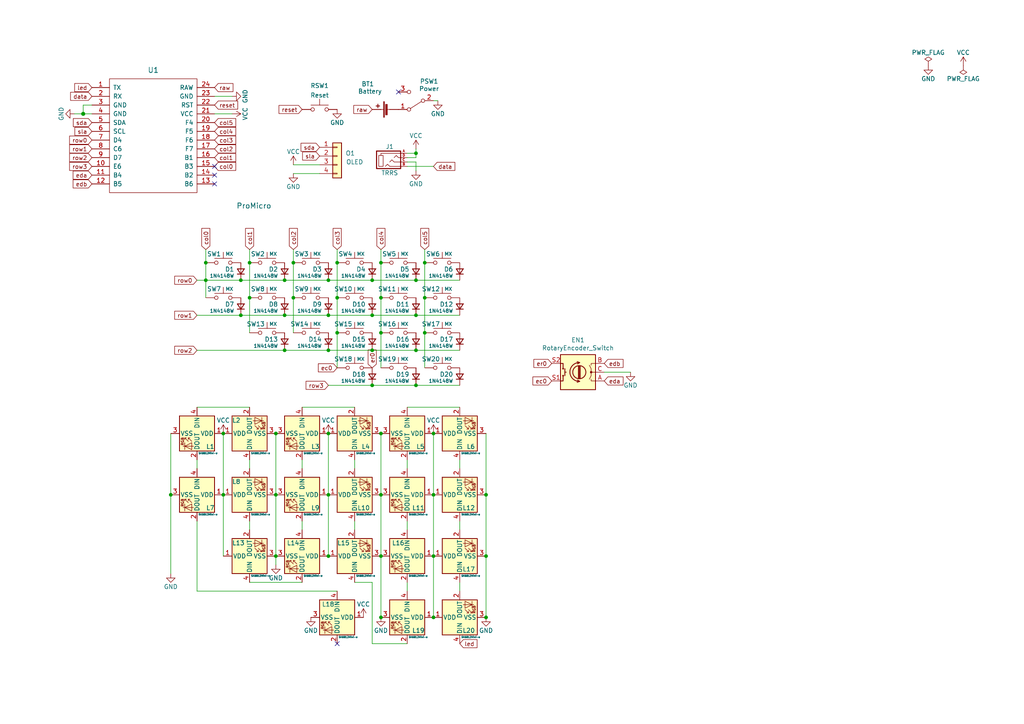
<source format=kicad_sch>
(kicad_sch (version 20211123) (generator eeschema)
  (paper "A4")
  (title_block (title "Howarya?") (date "2022-08-05") (rev "0.2.2") (company "jmnw"))
  (lib_symbols
    (symbol "Connector_Generic:Conn_01x04" (pin_names (offset 1.016) hide)
      (property "Reference" "J" (at 0 5.08 0))
      (property "Value" "Conn_01x04" (at 0 -7.62 0))
      (symbol "Conn_01x04_1_1"
        (rectangle (start -1.27 -4.953) (end 0 -5.207) (stroke (width 0.1524)))
        (rectangle (start -1.27 -2.413) (end 0 -2.667) (stroke (width 0.1524)))
        (rectangle (start -1.27 0.127) (end 0 -0.127) (stroke (width 0.1524)))
        (rectangle (start -1.27 2.667) (end 0 2.413) (stroke (width 0.1524)))
        (rectangle (start -1.27 3.81) (end 1.27 -6.35) (stroke (width 0.254)) (fill (type background)))
        (pin passive line (at -5.08 2.54 0) (length 3.81) (name "Pin_1") (number "1"))
        (pin passive line (at -5.08 0 0) (length 3.81) (name "Pin_2") (number "2"))
        (pin passive line (at -5.08 -2.54 0) (length 3.81) (name "Pin_3") (number "3"))
        (pin passive line (at -5.08 -5.08 0) (length 3.81) (name "Pin_4") (number "4"))
      )
    )
    (symbol "Device:Battery_Cell" (pin_numbers hide) (pin_names (offset 0) hide)
      (property "Reference" "BT" (at 2.54 2.54 0))
      (property "Value" "Battery_Cell" (at 2.54 0 0))
      (symbol "Battery_Cell_0_1"
        (rectangle (start -2.286 1.778) (end 2.286 1.524) (fill (type outline)))
        (rectangle (start -1.5748 1.1938) (end 1.4732 0.6858) (fill (type outline)))
        (polyline (pts (xy 0 0.762) (xy 0 0)))
        (polyline (pts (xy 0 1.778) (xy 0 2.54)))
        (polyline (pts (xy 0.508 3.429) (xy 1.524 3.429)) (stroke (width 0.254)))
        (polyline (pts (xy 1.016 3.937) (xy 1.016 2.921)) (stroke (width 0.254)))
      )
      (symbol "Battery_Cell_1_1"
        (pin passive line (at 0 5.08 270) (length 2.54) (name "+") (number "1"))
        (pin passive line (at 0 -2.54 90) (length 2.54) (name "-") (number "2"))
      )
    )
    (symbol "Device:D_Small" (pin_numbers hide) (pin_names (offset 0.254) hide)
      (property "Reference" "D" (at -1.27 2.032 0))
      (property "Value" "D_Small" (at -3.81 -2.032 0))
      (symbol "D_Small_0_1"
        (polyline (pts (xy -0.762 -1.016) (xy -0.762 1.016)) (stroke (width 0.254)))
        (polyline (pts (xy -0.762 0) (xy 0.762 0)))
        (polyline (pts (xy 0.762 -1.016) (xy -0.762 0) (xy 0.762 1.016) (xy 0.762 -1.016)) (stroke (width 0.254)))
      )
      (symbol "D_Small_1_1"
        (pin passive line (at -2.54 0 0) (length 1.778) (name "K") (number "1"))
        (pin passive line (at 2.54 0 180) (length 1.778) (name "A") (number "2"))
      )
    )
    (symbol "Device:RotaryEncoder_Switch" (pin_names (offset 0.254) hide)
      (property "Reference" "SW" (at 0 6.604 0))
      (property "Value" "Device_RotaryEncoder_Switch" (at 0 -6.604 0))
      (symbol "RotaryEncoder_Switch_0_1"
        (rectangle (start -5.08 5.08) (end 5.08 -5.08) (stroke (width 0.254)) (fill (type background)))
        (circle (center -3.81 0) (radius 0.254) (fill (type outline)))
        (arc (start -0.381 -2.794) (mid 2.3622 -0.0635) (end -0.381 2.667) (stroke (width 0.254)))
        (circle (center -0.381 0) (radius 1.905) (stroke (width 0.254)))
        (polyline (pts (xy -0.635 -1.778) (xy -0.635 1.778)) (stroke (width 0.254)))
        (polyline (pts (xy -0.381 -1.778) (xy -0.381 1.778)) (stroke (width 0.254)))
        (polyline (pts (xy -0.127 1.778) (xy -0.127 -1.778)) (stroke (width 0.254)))
        (polyline (pts (xy 3.81 0) (xy 3.429 0)) (stroke (width 0.254)))
        (polyline (pts (xy 3.81 1.016) (xy 3.81 -1.016)) (stroke (width 0.254)))
        (polyline (pts (xy -5.08 -2.54) (xy -3.81 -2.54) (xy -3.81 -2.032)))
        (polyline (pts (xy -5.08 2.54) (xy -3.81 2.54) (xy -3.81 2.032)))
        (polyline (pts (xy 0.254 -3.048) (xy -0.508 -2.794) (xy 0.127 -2.413)) (stroke (width 0.254)))
        (polyline (pts (xy 0.254 2.921) (xy -0.508 2.667) (xy 0.127 2.286)) (stroke (width 0.254)))
        (polyline (pts (xy 5.08 -2.54) (xy 4.318 -2.54) (xy 4.318 -1.016)) (stroke (width 0.254)))
        (polyline (pts (xy 5.08 2.54) (xy 4.318 2.54) (xy 4.318 1.016)) (stroke (width 0.254)))
        (polyline (pts (xy -5.08 0) (xy -3.81 0) (xy -3.81 -1.016) (xy -3.302 -2.032)))
        (polyline (pts (xy -4.318 0) (xy -3.81 0) (xy -3.81 1.016) (xy -3.302 2.032)))
        (circle (center 4.318 -1.016) (radius 0.127) (stroke (width 0.254)))
        (circle (center 4.318 1.016) (radius 0.127) (stroke (width 0.254)))
      )
      (symbol "RotaryEncoder_Switch_1_1"
        (pin passive line (at -7.62 2.54 0) (length 2.54) (name "A") (number "A"))
        (pin passive line (at -7.62 -2.54 0) (length 2.54) (name "B") (number "B"))
        (pin passive line (at -7.62 0 0) (length 2.54) (name "C") (number "C"))
        (pin passive line (at 7.62 2.54 180) (length 2.54) (name "S1") (number "S1"))
        (pin passive line (at 7.62 -2.54 180) (length 2.54) (name "S2") (number "S2"))
      )
    )
    (symbol "Switch:SW_Push" (pin_numbers hide) (pin_names (offset 1.016) hide)
      (property "Reference" "SW" (at 1.27 2.54 0))
      (property "Value" "SW_Push" (at 0 -1.524 0))
      (symbol "SW_Push_0_1"
        (circle (center -2.032 0) (radius 0.508))
        (polyline (pts (xy 0 1.27) (xy 0 3.048)))
        (polyline (pts (xy 2.54 1.27) (xy -2.54 1.27)))
        (circle (center 2.032 0) (radius 0.508))
        (pin passive line (at -5.08 0 0) (length 2.54) (name "1") (number "1"))
        (pin passive line (at 5.08 0 180) (length 2.54) (name "2") (number "2"))
      )
    )
    (symbol "Switch:SW_SPDT" (pin_names (offset 0) hide)
      (property "Reference" "SW" (at 0 4.318 0))
      (property "Value" "SW_SPDT" (at 0 -5.08 0))
      (symbol "SW_SPDT_0_0"
        (circle (center -2.032 0) (radius 0.508))
        (circle (center 2.032 -2.54) (radius 0.508))
      )
      (symbol "SW_SPDT_0_1"
        (polyline (pts (xy -1.524 0.254) (xy 1.651 2.286)))
        (circle (center 2.032 2.54) (radius 0.508))
      )
      (symbol "SW_SPDT_1_1"
        (pin passive line (at 5.08 2.54 180) (length 2.54) (name "A") (number "1"))
        (pin passive line (at -5.08 0 0) (length 2.54) (name "B") (number "2"))
        (pin passive line (at 5.08 -2.54 180) (length 2.54) (name "C") (number "3"))
      )
    )
    (symbol "power:GND" (power) (pin_names (offset 0))
      (property "Value" "GND" (at 0 -3.81 0))
      (symbol "GND_0_1"
        (polyline (pts (xy 0 0) (xy 0 -1.27) (xy 1.27 -1.27) (xy 0 -2.54) (xy -1.27 -1.27) (xy 0 -1.27)))
      )
      (symbol "GND_1_1"
        (pin power_in line (at 0 0 270) (length 0) hide (name "GND") (number "1"))
      )
    )
    (symbol "power:PWR_FLAG" (power) (pin_numbers hide) (pin_names (offset 0) hide)
      (property "Value" "PWR_FLAG" (at 0 3.81 0))
      (symbol "PWR_FLAG_0_0"
        (pin power_out line (at 0 0 90) (length 0) (name "pwr") (number "1"))
      )
      (symbol "PWR_FLAG_0_1"
        (polyline (pts (xy 0 0) (xy 0 1.27) (xy -1.016 1.905) (xy 0 2.54) (xy 1.016 1.905) (xy 0 1.27)))
      )
    )
    (symbol "power:VCC" (power) (pin_names (offset 0))
      (property "Value" "VCC" (at 0 3.81 0))
      (symbol "VCC_0_1"
        (polyline (pts (xy -0.762 1.27) (xy 0 2.54)))
        (polyline (pts (xy 0 0) (xy 0 2.54)))
        (polyline (pts (xy 0 2.54) (xy 0.762 1.27)))
      )
      (symbol "VCC_1_1"
        (pin power_in line (at 0 0 90) (length 0) hide (name "VCC") (number "1"))
      )
    )
    (symbol "swoop:MJ-4PP-9-kbd-corne-light-rescue" (pin_names (offset 1.016))
      (property "Reference" "J" (at 0 3.81 0))
      (property "Value" "MJ-4PP-9-kbd-corne-light-rescue" (at 0 -3.81 0))
      (symbol "MJ-4PP-9-kbd-corne-light-rescue_0_1"
        (rectangle (start -1.905 -1.905) (end -3.175 1.27))
        (polyline (pts (xy -2.54 1.27) (xy -2.54 1.905) (xy 3.175 1.905)))
        (polyline (pts (xy -1.27 -1.905) (xy -0.635 -1.27) (xy 0 -1.905) (xy 3.175 -1.905)))
        (polyline (pts (xy 0 -0.635) (xy 0.635 0) (xy 1.27 -0.635) (xy 3.175 -0.635)))
        (polyline (pts (xy 1.27 0.635) (xy 1.905 1.27) (xy 2.54 0.635) (xy 3.175 0.635)))
        (rectangle (start 3.175 2.54) (end -3.81 -2.54) (stroke (width 0.3048)))
      )
      (symbol "MJ-4PP-9-kbd-corne-light-rescue_1_1"
        (pin input line (at 5.08 1.905 180) (length 2.0066) (name "~") (number "A"))
        (pin input line (at 5.08 -1.905 180) (length 2.0066) (name "~") (number "B"))
        (pin input line (at 5.08 -0.635 180) (length 2.0066) (name "~") (number "C"))
        (pin input line (at 5.08 0.635 180) (length 2.0066) (name "~") (number "D"))
      )
    )
    (symbol "swoop:ProMicro-kbd-corne-light-rescue" (pin_names (offset 1.016))
      (property "Reference" "U" (at 0 24.13 0))
      (property "Value" "ProMicro-kbd-corne-light-rescue" (at 0 -13.97 0))
      (symbol "ProMicro-kbd-corne-light-rescue_0_1"
        (rectangle (start -12.7 21.59) (end 12.7 -11.43))
      )
      (symbol "ProMicro-kbd-corne-light-rescue_1_1"
        (pin bidirectional line (at -17.78 19.05 0) (length 5.08) (name "TX") (number "1"))
        (pin bidirectional line (at -17.78 -3.81 0) (length 5.08) (name "E6") (number "10"))
        (pin bidirectional line (at -17.78 -6.35 0) (length 5.08) (name "B4") (number "11"))
        (pin bidirectional line (at -17.78 -8.89 0) (length 5.08) (name "B5") (number "12"))
        (pin bidirectional line (at 17.78 -8.89 180) (length 5.08) (name "B6") (number "13"))
        (pin bidirectional line (at 17.78 -6.35 180) (length 5.08) (name "B2") (number "14"))
        (pin bidirectional line (at 17.78 -3.81 180) (length 5.08) (name "B3") (number "15"))
        (pin bidirectional line (at 17.78 -1.27 180) (length 5.08) (name "B1") (number "16"))
        (pin bidirectional line (at 17.78 1.27 180) (length 5.08) (name "F7") (number "17"))
        (pin bidirectional line (at 17.78 3.81 180) (length 5.08) (name "F6") (number "18"))
        (pin bidirectional line (at 17.78 6.35 180) (length 5.08) (name "F5") (number "19"))
        (pin bidirectional line (at -17.78 16.51 0) (length 5.08) (name "RX") (number "2"))
        (pin bidirectional line (at 17.78 8.89 180) (length 5.08) (name "F4") (number "20"))
        (pin power_in line (at 17.78 11.43 180) (length 5.08) (name "VCC") (number "21"))
        (pin input line (at 17.78 13.97 180) (length 5.08) (name "RST") (number "22"))
        (pin power_in line (at 17.78 16.51 180) (length 5.08) (name "GND") (number "23"))
        (pin power_out line (at 17.78 19.05 180) (length 5.08) (name "RAW") (number "24"))
        (pin power_in line (at -17.78 13.97 0) (length 5.08) (name "GND") (number "3"))
        (pin power_in line (at -17.78 11.43 0) (length 5.08) (name "GND") (number "4"))
        (pin bidirectional line (at -17.78 8.89 0) (length 5.08) (name "SDA") (number "5"))
        (pin bidirectional line (at -17.78 6.35 0) (length 5.08) (name "SCL") (number "6"))
        (pin bidirectional line (at -17.78 3.81 0) (length 5.08) (name "D4") (number "7"))
        (pin bidirectional line (at -17.78 1.27 0) (length 5.08) (name "C6") (number "8"))
        (pin bidirectional line (at -17.78 -1.27 0) (length 5.08) (name "D7") (number "9"))
      )
    )
    (symbol "swoop:SK6812MINI-E" (pin_names (offset 0.254))
      (property "Reference" "L1" (at -4.699 3.81 90))
      (property "Value" "SK6812MINI-E" (at 2.921 -5.715 90))
      (symbol "SK6812MINI-E_0_0"
        (text "RGB" (at 2.286 -4.191 0) (effects (font (size 0.762 0.762))))
      )
      (symbol "SK6812MINI-E_0_1"
        (polyline (pts (xy 1.27 -3.556) (xy 1.778 -3.556)))
        (polyline (pts (xy 1.27 -2.54) (xy 1.778 -2.54)))
        (polyline (pts (xy 4.699 -3.556) (xy 2.667 -3.556)))
        (polyline (pts (xy 2.286 -2.54) (xy 1.27 -3.556) (xy 1.27 -3.048)))
        (polyline (pts (xy 2.286 -1.524) (xy 1.27 -2.54) (xy 1.27 -2.032)))
        (polyline (pts (xy 3.683 -1.016) (xy 3.683 -3.556) (xy 3.683 -4.064)))
        (polyline (pts (xy 4.699 -1.524) (xy 2.667 -1.524) (xy 3.683 -3.556) (xy 4.699 -1.524)))
        (rectangle (start 5.08 5.08) (end -5.08 -5.08) (stroke (width 0.254)) (fill (type background)))
      )
      (symbol "SK6812MINI-E_1_1"
        (pin power_in line (at 0 7.62 270) (length 2.54) (name "VDD") (number "1"))
        (pin output line (at 7.62 0 180) (length 2.54) (name "DOUT") (number "2"))
        (pin power_in line (at 0 -7.62 90) (length 2.54) (name "VSS") (number "3"))
        (pin input line (at -7.62 0 0) (length 2.54) (name "DIN") (number "4"))
      )
    )
  )
  (junction (at 125.73 161.29))
  (junction (at 72.39 86.36))
  (junction (at 95.25 125.73))
  (junction (at 82.55 81.28))
  (junction (at 140.97 143.51))
  (junction (at 97.79 76.2))
  (junction (at 110.49 161.29))
  (junction (at 140.97 179.07))
  (junction (at 97.79 86.36))
  (junction (at 120.65 81.28))
  (junction (at 110.49 143.51))
  (junction (at 80.01 161.29))
  (junction (at 49.53 143.51))
  (junction (at 80.01 143.51))
  (junction (at 110.49 179.07))
  (junction (at 64.77 125.73))
  (junction (at 110.49 125.73))
  (junction (at 64.77 143.51))
  (junction (at 59.69 81.28))
  (junction (at 95.25 91.44))
  (junction (at 120.65 101.6))
  (junction (at 97.79 96.52))
  (junction (at 107.95 111.76))
  (junction (at 120.65 111.76))
  (junction (at 95.25 101.6))
  (junction (at 123.19 76.2))
  (junction (at 82.55 91.44))
  (junction (at 107.95 101.6))
  (junction (at 123.19 96.52))
  (junction (at 24.13 33.02) (diameter 1.016))
  (junction (at 85.09 76.2))
  (junction (at 125.73 179.07))
  (junction (at 82.55 101.6))
  (junction (at 120.65 44.45))
  (junction (at 85.09 86.36))
  (junction (at 110.49 86.36))
  (junction (at 95.25 161.29))
  (junction (at 72.39 76.2))
  (junction (at 59.69 76.2))
  (junction (at 110.49 76.2))
  (junction (at 69.85 81.28))
  (junction (at 95.25 143.51))
  (junction (at 140.97 161.29))
  (junction (at 123.19 86.36))
  (junction (at 107.95 81.28))
  (junction (at 125.73 125.73))
  (junction (at 120.65 91.44))
  (junction (at 107.95 91.44))
  (junction (at 69.85 91.44))
  (junction (at 110.49 96.52))
  (junction (at 80.01 125.73))
  (junction (at 95.25 81.28))
  (junction (at 125.73 143.51))
  (no_connect (at 115.57 26.67))
  (no_connect (at 62.23 53.34))
  (no_connect (at 62.23 48.26))
  (no_connect (at 97.79 186.69))
  (no_connect (at 62.23 50.8))
  (wire (pts (xy 118.11 45.72) (xy 120.65 45.72)))
  (wire (pts (xy 123.19 76.2) (xy 123.19 86.36)))
  (wire (pts (xy 85.09 76.2) (xy 85.09 86.36)))
  (wire (pts (xy 85.09 86.36) (xy 85.09 96.52)))
  (wire (pts (xy 85.09 72.39) (xy 85.09 76.2)))
  (wire (pts (xy 72.39 72.39) (xy 72.39 76.2)))
  (wire (pts (xy 72.39 76.2) (xy 72.39 86.36)))
  (wire (pts (xy 72.39 86.36) (xy 72.39 96.52)))
  (wire (pts (xy 64.77 143.51) (xy 64.77 161.29)))
  (wire (pts (xy 123.19 96.52) (xy 123.19 106.68)))
  (wire (pts (xy 125.73 143.51) (xy 125.73 161.29)))
  (wire (pts (xy 72.39 133.35) (xy 72.39 135.89)))
  (wire (pts (xy 62.23 27.94) (xy 67.31 27.94)))
  (wire (pts (xy 95.25 111.76) (xy 107.95 111.76)))
  (wire (pts (xy 59.69 81.28) (xy 69.85 81.28)))
  (wire (pts (xy 80.01 161.29) (xy 80.01 163.83)))
  (wire (pts (xy 107.95 168.91) (xy 102.87 168.91)))
  (wire (pts (xy 95.25 143.51) (xy 95.25 161.29)))
  (wire (pts (xy 102.87 151.13) (xy 102.87 153.67)))
  (wire (pts (xy 95.25 125.73) (xy 95.25 143.51)))
  (wire (pts (xy 110.49 143.51) (xy 110.49 161.29)))
  (wire (pts (xy 80.01 125.73) (xy 80.01 143.51)))
  (wire (pts (xy 107.95 186.69) (xy 107.95 168.91)))
  (wire (pts (xy 125.73 161.29) (xy 125.73 179.07)))
  (wire (pts (xy 120.65 46.99) (xy 120.65 49.53)))
  (wire (pts (xy 140.97 143.51) (xy 140.97 161.29)))
  (wire (pts (xy 102.87 133.35) (xy 102.87 135.89)))
  (wire (pts (xy 118.11 118.11) (xy 133.35 118.11)))
  (wire (pts (xy 62.23 33.02) (xy 67.31 33.02)))
  (wire (pts (xy 120.65 101.6) (xy 133.35 101.6)))
  (wire (pts (xy 140.97 161.29) (xy 140.97 179.07)))
  (wire (pts (xy 97.79 96.52) (xy 97.79 106.68)))
  (wire (pts (xy 24.13 33.02) (xy 26.67 33.02)))
  (wire (pts (xy 97.79 86.36) (xy 97.79 96.52)))
  (wire (pts (xy 97.79 72.39) (xy 97.79 76.2)))
  (wire (pts (xy 97.79 76.2) (xy 97.79 86.36)))
  (wire (pts (xy 82.55 101.6) (xy 95.25 101.6)))
  (wire (pts (xy 95.25 101.6) (xy 107.95 101.6)))
  (wire (pts (xy 107.95 101.6) (xy 120.65 101.6)))
  (wire (pts (xy 57.15 101.6) (xy 82.55 101.6)))
  (wire (pts (xy 64.77 125.73) (xy 64.77 143.51)))
  (wire (pts (xy 69.85 91.44) (xy 82.55 91.44)))
  (wire (pts (xy 82.55 91.44) (xy 95.25 91.44)))
  (wire (pts (xy 107.95 91.44) (xy 120.65 91.44)))
  (wire (pts (xy 95.25 91.44) (xy 107.95 91.44)))
  (wire (pts (xy 26.67 30.48) (xy 24.13 30.48)))
  (wire (pts (xy 57.15 133.35) (xy 57.15 135.89)))
  (wire (pts (xy 87.63 118.11) (xy 102.87 118.11)))
  (wire (pts (xy 120.65 111.76) (xy 133.35 111.76)))
  (wire (pts (xy 69.85 81.28) (xy 82.55 81.28)))
  (wire (pts (xy 82.55 81.28) (xy 95.25 81.28)))
  (wire (pts (xy 107.95 81.28) (xy 120.65 81.28)))
  (wire (pts (xy 57.15 81.28) (xy 59.69 81.28)))
  (wire (pts (xy 95.25 81.28) (xy 107.95 81.28)))
  (wire (pts (xy 49.53 125.73) (xy 49.53 143.51)))
  (wire (pts (xy 107.95 111.76) (xy 120.65 111.76)))
  (wire (pts (xy 123.19 86.36) (xy 123.19 96.52)))
  (wire (pts (xy 85.09 47.8005) (xy 92.71 47.8005)))
  (wire (pts (xy 24.13 30.48) (xy 24.13 33.02)))
  (wire (pts (xy 140.97 125.73) (xy 140.97 143.51)))
  (wire (pts (xy 118.11 44.45) (xy 120.65 44.45)))
  (wire (pts (xy 107.95 186.69) (xy 118.11 186.69)))
  (wire (pts (xy 118.11 48.26) (xy 125.73 48.26)))
  (wire (pts (xy 120.65 81.28) (xy 133.35 81.28)))
  (wire (pts (xy 110.49 125.73) (xy 110.49 143.51)))
  (wire (pts (xy 133.35 151.13) (xy 133.35 153.67)))
  (wire (pts (xy 175.26 107.95) (xy 182.88 107.95)))
  (wire (pts (xy 87.63 133.35) (xy 87.63 135.89)))
  (wire (pts (xy 21.59 33.02) (xy 24.13 33.02)))
  (wire (pts (xy 118.11 151.13) (xy 118.11 153.67)))
  (wire (pts (xy 118.11 168.91) (xy 118.11 171.45)))
  (wire (pts (xy 118.11 133.35) (xy 118.11 135.89)))
  (wire (pts (xy 125.73 125.73) (xy 125.73 143.51)))
  (wire (pts (xy 59.69 76.2) (xy 59.69 81.28)))
  (wire (pts (xy 59.69 72.39) (xy 59.69 76.2)))
  (wire (pts (xy 110.49 96.52) (xy 110.49 106.68)))
  (wire (pts (xy 85.09 50.3405) (xy 92.71 50.3405)))
  (wire (pts (xy 49.53 143.51) (xy 49.53 166.37)))
  (wire (pts (xy 118.11 46.99) (xy 120.65 46.99)))
  (wire (pts (xy 123.19 72.39) (xy 123.19 76.2)))
  (wire (pts (xy 133.35 168.91) (xy 133.35 171.45)))
  (wire (pts (xy 120.65 45.72) (xy 120.65 44.45)))
  (wire (pts (xy 120.65 44.45) (xy 120.65 43.18)))
  (wire (pts (xy 57.15 151.13) (xy 57.15 171.45)))
  (wire (pts (xy 57.15 91.44) (xy 69.85 91.44)))
  (wire (pts (xy 125.73 29.21) (xy 127 29.21)))
  (wire (pts (xy 80.01 143.51) (xy 80.01 161.29)))
  (wire (pts (xy 87.63 151.13) (xy 87.63 153.67)))
  (wire (pts (xy 110.49 161.29) (xy 110.49 179.07)))
  (wire (pts (xy 120.65 91.44) (xy 133.35 91.44)))
  (wire (pts (xy 110.49 86.36) (xy 110.49 96.52)))
  (wire (pts (xy 110.49 72.39) (xy 110.49 76.2)))
  (wire (pts (xy 110.49 76.2) (xy 110.49 86.36)))
  (wire (pts (xy 133.35 133.35) (xy 133.35 135.89)))
  (wire (pts (xy 72.39 168.91) (xy 87.63 168.91)))
  (wire (pts (xy 59.69 81.28) (xy 59.69 86.36)))
  (wire (pts (xy 57.15 118.11) (xy 72.39 118.11)))
  (wire (pts (xy 72.39 151.13) (xy 72.39 153.67)))
  (wire (pts (xy 57.15 171.45) (xy 97.79 171.45)))
  (global_label "row2" (shape input) (at 26.67 45.72 180) (effects (font (size 1.1938 1.1938))) (property "Intersheet References" "${INTERSHEET_REFS}" (effects hide)))
  (global_label "raw" (shape input) (at 62.23 25.4 0) (effects (font (size 1.1938 1.1938))) (property "Intersheet References" "${INTERSHEET_REFS}" (effects hide)))
  (global_label "led" (shape input) (at 133.35 186.69 0) (effects (font (size 1.1938 1.1938))) (property "Intersheet References" "${INTERSHEET_REFS}" (effects hide)))
  (global_label "er0" (shape input) (at 160.02 105.41 180) (effects (font (size 1.1938 1.1938))) (property "Intersheet References" "${INTERSHEET_REFS}" (effects hide)))
  (global_label "row3" (shape input) (at 26.67 48.26 180) (effects (font (size 1.1938 1.1938))) (property "Intersheet References" "${INTERSHEET_REFS}" (effects hide)))
  (global_label "reset" (shape input) (at 62.23 30.48 0) (effects (font (size 1.1938 1.1938))) (property "Intersheet References" "${INTERSHEET_REFS}" (effects hide)))
  (global_label "ec0" (shape input) (at 160.02 110.49 180) (effects (font (size 1.1938 1.1938))) (property "Intersheet References" "${INTERSHEET_REFS}" (effects hide)))
  (global_label "ec0" (shape input) (at 97.79 106.68 180) (effects (font (size 1.1938 1.1938))) (property "Intersheet References" "${INTERSHEET_REFS}" (effects hide)))
  (global_label "row3" (shape input) (at 95.25 111.76 180) (effects (font (size 1.1938 1.1938))) (property "Intersheet References" "${INTERSHEET_REFS}" (effects hide)))
  (global_label "eda" (shape input) (at 26.67 50.8 180) (effects (font (size 1.1938 1.1938))) (property "Intersheet References" "${INTERSHEET_REFS}" (effects hide)))
  (global_label "sla" (shape input) (at 92.71 45.2605 180) (effects (font (size 1.1938 1.1938))) (property "Intersheet References" "${INTERSHEET_REFS}" (effects hide)))
  (global_label "row2" (shape input) (at 57.15 101.6 180) (effects (font (size 1.1938 1.1938))) (property "Intersheet References" "${INTERSHEET_REFS}" (effects hide)))
  (global_label "sla" (shape input) (at 26.67 38.1 180) (effects (font (size 1.1938 1.1938))) (property "Intersheet References" "${INTERSHEET_REFS}" (effects hide)))
  (global_label "sda" (shape input) (at 92.71 42.7205 180) (effects (font (size 1.1938 1.1938))) (property "Intersheet References" "${INTERSHEET_REFS}" (effects hide)))
  (global_label "col1" (shape input) (at 62.23 45.72 0) (effects (font (size 1.1938 1.1938))) (property "Intersheet References" "${INTERSHEET_REFS}" (effects hide)))
  (global_label "col1" (shape input) (at 72.39 72.39 90) (effects (font (size 1.1938 1.1938))) (property "Intersheet References" "${INTERSHEET_REFS}" (effects hide)))
  (global_label "er0" (shape input) (at 107.95 106.68 90) (effects (font (size 1.1938 1.1938))) (property "Intersheet References" "${INTERSHEET_REFS}" (effects hide)))
  (global_label "raw" (shape input) (at 107.95 31.75 180) (effects (font (size 1.1938 1.1938))) (property "Intersheet References" "${INTERSHEET_REFS}" (effects hide)))
  (global_label "col3" (shape input) (at 62.23 40.64 0) (effects (font (size 1.1938 1.1938))) (property "Intersheet References" "${INTERSHEET_REFS}" (effects hide)))
  (global_label "col2" (shape input) (at 62.23 43.18 0) (effects (font (size 1.1938 1.1938))) (property "Intersheet References" "${INTERSHEET_REFS}" (effects hide)))
  (global_label "led" (shape input) (at 26.67 25.4 180) (effects (font (size 1.1938 1.1938))) (property "Intersheet References" "${INTERSHEET_REFS}" (effects hide)))
  (global_label "col2" (shape input) (at 85.09 72.39 90) (effects (font (size 1.1938 1.1938))) (property "Intersheet References" "${INTERSHEET_REFS}" (effects hide)))
  (global_label "edb" (shape input) (at 26.67 53.34 180) (effects (font (size 1.1938 1.1938))) (property "Intersheet References" "${INTERSHEET_REFS}" (effects hide)))
  (global_label "data" (shape input) (at 26.67 27.94 180) (effects (font (size 1.1938 1.1938))) (property "Intersheet References" "${INTERSHEET_REFS}" (effects hide)))
  (global_label "edb" (shape input) (at 175.26 105.41 0) (effects (font (size 1.1938 1.1938))) (property "Intersheet References" "${INTERSHEET_REFS}" (effects hide)))
  (global_label "col3" (shape input) (at 97.79 72.39 90) (effects (font (size 1.1938 1.1938))) (property "Intersheet References" "${INTERSHEET_REFS}" (effects hide)))
  (global_label "col5" (shape input) (at 123.19 72.39 90) (effects (font (size 1.1938 1.1938))) (property "Intersheet References" "${INTERSHEET_REFS}" (effects hide)))
  (global_label "row1" (shape input) (at 26.67 43.18 180) (effects (font (size 1.1938 1.1938))) (property "Intersheet References" "${INTERSHEET_REFS}" (effects hide)))
  (global_label "col5" (shape input) (at 62.23 35.56 0) (effects (font (size 1.1938 1.1938))) (property "Intersheet References" "${INTERSHEET_REFS}" (effects hide)))
  (global_label "sda" (shape input) (at 26.67 35.56 180) (effects (font (size 1.1938 1.1938))) (property "Intersheet References" "${INTERSHEET_REFS}" (effects hide)))
  (global_label "col4" (shape input) (at 110.49 72.39 90) (effects (font (size 1.1938 1.1938))) (property "Intersheet References" "${INTERSHEET_REFS}" (effects hide)))
  (global_label "col0" (shape input) (at 59.69 72.39 90) (effects (font (size 1.1938 1.1938))) (property "Intersheet References" "${INTERSHEET_REFS}" (effects hide)))
  (global_label "reset" (shape input) (at 87.63 31.75 180) (effects (font (size 1.1938 1.1938))) (property "Intersheet References" "${INTERSHEET_REFS}" (effects hide)))
  (global_label "row0" (shape input) (at 57.15 81.28 180) (effects (font (size 1.1938 1.1938))) (property "Intersheet References" "${INTERSHEET_REFS}" (effects hide)))
  (global_label "data" (shape input) (at 125.73 48.26 0) (effects (font (size 1.1938 1.1938))) (property "Intersheet References" "${INTERSHEET_REFS}" (effects hide)))
  (global_label "col0" (shape input) (at 62.23 48.26 0) (effects (font (size 1.1938 1.1938))) (property "Intersheet References" "${INTERSHEET_REFS}" (effects hide)))
  (global_label "col4" (shape input) (at 62.23 38.1 0) (effects (font (size 1.1938 1.1938))) (property "Intersheet References" "${INTERSHEET_REFS}" (effects hide)))
  (global_label "row0" (shape input) (at 26.67 40.64 180) (effects (font (size 1.1938 1.1938))) (property "Intersheet References" "${INTERSHEET_REFS}" (effects hide)))
  (global_label "row1" (shape input) (at 57.15 91.44 180) (effects (font (size 1.1938 1.1938))) (property "Intersheet References" "${INTERSHEET_REFS}" (effects hide)))
  (global_label "eda" (shape input) (at 175.26 110.49 0) (effects (font (size 1.1938 1.1938))) (property "Intersheet References" "${INTERSHEET_REFS}" (effects hide)))
  (symbol (lib_id "swoop:ProMicro-kbd-corne-light-rescue") (at 44.45 44.45 0) (unit 1)
    (property "Reference" "U1" (at 44.45 20.32 0) (effects (font (size 1.524 1.524))))
    (property "Value" "ProMicro" (at 73.66 59.69 0) (effects (font (size 1.524 1.524))))
    (property "Footprint" "swoop:ProMicro_jumpers" (effects hide))
  )
  (symbol (lib_id "power:GND") (at 67.31 27.94 90) (unit 1)
    (property "Reference" "#PWR03" (effects hide))
    (property "Value" "GND" (at 71.12 27.94 0))
  )
  (symbol (lib_id "power:VCC") (at 67.31 33.02 270) (unit 1)
    (property "Reference" "#PWR05" (effects hide))
    (property "Value" "VCC" (at 71.12 33.02 0))
  )
  (symbol (lib_id "power:GND") (at 21.59 33.02 270) (unit 1)
    (property "Reference" "#PWR04" (effects hide))
    (property "Value" "GND" (at 17.78 33.02 0))
  )
  (symbol (lib_id "power:GND") (at 269.24 19.05 0) (unit 1)
    (property "Reference" "#PWR01" (effects hide))
    (property "Value" "GND" (at 269.24 22.86 0))
  )
  (symbol (lib_id "power:VCC") (at 279.4 19.05 0) (unit 1)
    (property "Reference" "#PWR02" (effects hide))
    (property "Value" "VCC" (at 279.4 15.24 0))
  )
  (symbol (lib_id "power:PWR_FLAG") (at 279.4 19.05 180) (unit 1)
    (property "Reference" "#FLG02" (effects hide))
    (property "Value" "PWR_FLAG" (at 279.4 22.86 0))
  )
  (symbol (lib_id "power:PWR_FLAG") (at 269.24 19.05 0) (unit 1)
    (property "Reference" "#FLG01" (effects hide))
    (property "Value" "PWR_FLAG" (at 269.24 15.24 0))
  )
  (symbol (lib_id "power:VCC") (at 120.65 43.18 0) (unit 1)
    (property "Reference" "#PWR06" (effects hide))
    (property "Value" "VCC" (at 120.65 39.37 0))
  )
  (symbol (lib_id "power:GND") (at 120.65 49.53 0) (unit 1)
    (property "Reference" "#PWR08" (effects hide))
    (property "Value" "GND" (at 120.65 53.34 0))
  )
  (symbol (lib_id "swoop:MJ-4PP-9-kbd-corne-light-rescue") (at 113.03 46.355 0) (unit 1)
    (property "Reference" "J1" (at 113.03 42.545 0))
    (property "Value" "TRRS" (at 113.03 50.165 0))
    (property "Footprint" "swoop:TRRS-3pin" (effects hide))
  )
  (symbol (lib_id "Device:D_Small") (at 107.95 78.74 90) (unit 1)
    (property "Reference" "D4" (at 106.045 78.105 90) (effects (justify left)))
    (property "Value" " 1N4148W" (at 106.045 80.01 90) (effects (font (size 1 1)) (justify left)))
    (property "Footprint" "swoop:D_SMD_TH" (effects hide))
  )
  (symbol (lib_id "power:GND") (at 110.49 179.07 0) (unit 1)
    (property "Reference" "#PWR0103" (effects hide))
    (property "Value" "GND" (at 110.49 182.88 0))
  )
  (symbol (lib_id "Device:D_Small") (at 82.55 78.74 90) (unit 1)
    (property "Reference" "D2" (at 80.645 78.105 90) (effects (justify left)))
    (property "Value" " 1N4148W" (at 80.645 80.01 90) (effects (font (size 1 1)) (justify left)))
    (property "Footprint" "swoop:D_SMD_TH" (effects hide))
  )
  (symbol (lib_id "power:VCC") (at 95.25 125.73 0) (unit 1)
    (property "Reference" "#PWR0108" (effects hide))
    (property "Value" "VCC" (at 95.25 121.92 0))
  )
  (symbol (lib_id "Switch:SW_Push") (at 92.71 31.75 0) (unit 1)
    (property "Reference" "RSW1" (at 92.71 24.8625 0))
    (property "Value" "Reset" (at 92.71 27.6376 0))
    (property "Footprint" "swoop:Reset" (effects hide))
  )
  (symbol (lib_id "Device:D_Small") (at 69.85 88.9 90) (unit 1)
    (property "Reference" "D7" (at 67.945 88.265 90) (effects (justify left)))
    (property "Value" " 1N4148W" (at 67.945 90.17 90) (effects (font (size 1 1)) (justify left)))
    (property "Footprint" "swoop:D_SMD_TH" (effects hide))
  )
  (symbol (lib_id "swoop:SK6812MINI-E") (at 57.15 125.73 270) (unit 1)
    (property "Reference" "L1" (at 62.23 129.54 90) (effects (justify right)))
    (property "Value" "SK6812Mini-e" (at 60.325 131.445 90) (effects (font (size 0.5 0.5))))
    (property "Footprint" "swoop:SK6812_Mini_E" (effects hide))
    (property "JLCPCB BOM" "0" (effects hide))
  )
  (symbol (lib_id "swoop:SK6812MINI-E") (at 133.35 143.51 90) (unit 1)
    (property "Reference" "L12" (at 137.795 147.32 90) (effects (justify left)))
    (property "Value" "SK6812Mini-e" (at 136.525 149.225 90) (effects (font (size 0.5 0.5))))
    (property "Footprint" "swoop:SK6812_Mini_E" (effects hide))
    (property "JLCPCB BOM" "0" (effects hide))
  )
  (symbol (lib_id "Device:D_Small") (at 120.65 88.9 90) (unit 1)
    (property "Reference" "D11" (at 118.745 88.265 90) (effects (justify left)))
    (property "Value" " 1N4148W" (at 118.745 90.17 90) (effects (font (size 1 1)) (justify left)))
    (property "Footprint" "swoop:D_SMD_TH" (effects hide))
  )
  (symbol (lib_id "Device:D_Small") (at 95.25 88.9 90) (unit 1)
    (property "Reference" "D9" (at 93.345 88.265 90) (effects (justify left)))
    (property "Value" " 1N4148W" (at 93.345 90.17 90) (effects (font (size 1 1)) (justify left)))
    (property "Footprint" "swoop:D_SMD_TH" (effects hide))
  )
  (symbol (lib_id "power:GND") (at 127 29.21 0) (unit 1)
    (property "Reference" "#PWR0101" (effects hide))
    (property "Value" "GND" (at 127 33.02 0))
  )
  (symbol (lib_id "Switch:SW_Push") (at 128.27 96.52 0) (unit 1)
    (property "Reference" "SW17" (at 127.635 93.98 0) (effects (justify right)))
    (property "Value" "MX" (at 128.905 93.98 0) (effects (font (size 1 1)) (justify left)))
    (property "Footprint" "swoop:MX_socket_reversible" (effects hide))
  )
  (symbol (lib_id "Device:D_Small") (at 107.95 88.9 90) (unit 1)
    (property "Reference" "D10" (at 106.045 88.265 90) (effects (justify left)))
    (property "Value" " 1N4148W" (at 106.045 90.17 90) (effects (font (size 1 1)) (justify left)))
    (property "Footprint" "swoop:D_SMD_TH" (effects hide))
  )
  (symbol (lib_id "Switch:SW_Push") (at 64.77 76.2 0) (unit 1)
    (property "Reference" "SW1" (at 64.135 73.66 0) (effects (justify right)))
    (property "Value" "MX" (at 65.405 73.66 0) (effects (font (size 1 1)) (justify left)))
    (property "Footprint" "swoop:MX_socket_reversible" (effects hide))
  )
  (symbol (lib_id "swoop:SK6812MINI-E") (at 118.11 179.07 270) (unit 1)
    (property "Reference" "L19" (at 123.19 182.88 90) (effects (justify right)))
    (property "Value" "SK6812Mini-e" (at 121.285 184.785 90) (effects (font (size 0.5 0.5))))
    (property "Footprint" "swoop:SK6812_Mini_E" (effects hide))
    (property "JLCPCB BOM" "0" (effects hide))
  )
  (symbol (lib_id "Switch:SW_Push") (at 90.17 96.52 0) (unit 1)
    (property "Reference" "SW14" (at 89.535 93.98 0) (effects (justify right)))
    (property "Value" "MX" (at 90.805 93.98 0) (effects (font (size 1 1)) (justify left)))
    (property "Footprint" "swoop:MX_socket_reversible" (effects hide))
  )
  (symbol (lib_id "swoop:SK6812MINI-E") (at 102.87 125.73 90) (unit 1)
    (property "Reference" "L4" (at 107.315 129.54 90) (effects (justify left)))
    (property "Value" "SK6812Mini-e" (at 106.045 131.445 90) (effects (font (size 0.5 0.5))))
    (property "Footprint" "swoop:SK6812_Mini_E" (effects hide))
    (property "JLCPCB BOM" "0" (effects hide))
  )
  (symbol (lib_id "swoop:SK6812MINI-E") (at 57.15 143.51 270) (unit 1)
    (property "Reference" "L7" (at 62.23 147.32 90) (effects (justify right)))
    (property "Value" "SK6812Mini-e" (at 60.325 149.225 90) (effects (font (size 0.5 0.5))))
    (property "Footprint" "swoop:SK6812_Mini_E" (effects hide))
    (property "JLCPCB BOM" "0" (effects hide))
  )
  (symbol (lib_id "Switch:SW_Push") (at 128.27 106.68 0) (unit 1)
    (property "Reference" "SW20" (at 127.635 104.14 0) (effects (justify right)))
    (property "Value" "MX" (at 128.905 104.14 0) (effects (font (size 1 1)) (justify left)))
    (property "Footprint" "swoop:MX_socket_reversible" (effects hide))
  )
  (symbol (lib_id "Switch:SW_Push") (at 102.87 76.2 0) (unit 1)
    (property "Reference" "SW4" (at 102.235 73.66 0) (effects (justify right)))
    (property "Value" "MX" (at 103.505 73.66 0) (effects (font (size 1 1)) (justify left)))
    (property "Footprint" "swoop:MX_socket_reversible" (effects hide))
  )
  (symbol (lib_id "swoop:SK6812MINI-E") (at 133.35 125.73 90) (unit 1)
    (property "Reference" "L6" (at 137.795 129.54 90) (effects (justify left)))
    (property "Value" "SK6812Mini-e" (at 136.525 131.445 90) (effects (font (size 0.5 0.5))))
    (property "Footprint" "swoop:SK6812_Mini_E" (effects hide))
    (property "JLCPCB BOM" "0" (effects hide))
  )
  (symbol (lib_id "swoop:SK6812MINI-E") (at 87.63 125.73 270) (unit 1)
    (property "Reference" "L3" (at 92.71 129.54 90) (effects (justify right)))
    (property "Value" "SK6812Mini-e" (at 90.805 131.445 90) (effects (font (size 0.5 0.5))))
    (property "Footprint" "swoop:SK6812_Mini_E" (effects hide))
    (property "JLCPCB BOM" "0" (effects hide))
  )
  (symbol (lib_id "Device:D_Small") (at 133.35 109.22 90) (unit 1)
    (property "Reference" "D20" (at 131.445 108.585 90) (effects (justify left)))
    (property "Value" " 1N4148W" (at 131.445 110.49 90) (effects (font (size 1 1)) (justify left)))
    (property "Footprint" "swoop:D_SMD_TH" (effects hide))
  )
  (symbol (lib_id "swoop:SK6812MINI-E") (at 118.11 143.51 270) (unit 1)
    (property "Reference" "L11" (at 123.19 147.32 90) (effects (justify right)))
    (property "Value" "SK6812Mini-e" (at 121.285 149.225 90) (effects (font (size 0.5 0.5))))
    (property "Footprint" "swoop:SK6812_Mini_E" (effects hide))
    (property "JLCPCB BOM" "0" (effects hide))
  )
  (symbol (lib_id "swoop:SK6812MINI-E") (at 102.87 143.51 90) (unit 1)
    (property "Reference" "L10" (at 107.315 147.32 90) (effects (justify left)))
    (property "Value" "SK6812Mini-e" (at 106.045 149.225 90) (effects (font (size 0.5 0.5))))
    (property "Footprint" "swoop:SK6812_Mini_E" (effects hide))
    (property "JLCPCB BOM" "0" (effects hide))
  )
  (symbol (lib_id "Switch:SW_Push") (at 128.27 86.36 0) (unit 1)
    (property "Reference" "SW12" (at 127.635 83.82 0) (effects (justify right)))
    (property "Value" "MX" (at 128.905 83.82 0) (effects (font (size 1 1)) (justify left)))
    (property "Footprint" "swoop:MX_socket_reversible" (effects hide))
  )
  (symbol (lib_id "power:GND") (at 80.01 163.83 0) (unit 1)
    (property "Reference" "#PWR0113" (effects hide))
    (property "Value" "GND" (at 80.01 167.64 0))
  )
  (symbol (lib_id "Switch:SW_Push") (at 102.87 96.52 0) (unit 1)
    (property "Reference" "SW15" (at 102.235 93.98 0) (effects (justify right)))
    (property "Value" "MX" (at 103.505 93.98 0) (effects (font (size 1 1)) (justify left)))
    (property "Footprint" "swoop:MX_socket_reversible" (effects hide))
  )
  (symbol (lib_id "power:VCC") (at 125.73 125.73 0) (unit 1)
    (property "Reference" "#PWR0107" (effects hide))
    (property "Value" "VCC" (at 125.73 121.92 0))
  )
  (symbol (lib_id "Switch:SW_Push") (at 115.57 106.68 0) (unit 1)
    (property "Reference" "SW19" (at 114.935 104.14 0) (effects (justify right)))
    (property "Value" "MX" (at 116.205 104.14 0) (effects (font (size 1 1)) (justify left)))
    (property "Footprint" "swoop:MX_socket_reversible" (effects hide))
  )
  (symbol (lib_id "Device:Battery_Cell") (at 113.03 31.75 90) (unit 1)
    (property "Reference" "BT1" (at 106.68 24.3544 90))
    (property "Value" "Battery" (at 107.315 26.4945 90))
    (property "Footprint" "swoop:Battery_pads_reversible" (effects hide))
  )
  (symbol (lib_id "swoop:SK6812MINI-E") (at 102.87 161.29 90) (unit 1)
    (property "Reference" "L15" (at 97.79 157.48 90) (effects (justify right)))
    (property "Value" "SK6812Mini-e" (at 106.045 167.005 90) (effects (font (size 0.5 0.5))))
    (property "Footprint" "swoop:SK6812_Mini_E" (effects hide))
    (property "JLCPCB BOM" "0" (effects hide))
  )
  (symbol (lib_id "Device:D_Small") (at 95.25 99.06 90) (unit 1)
    (property "Reference" "D14" (at 93.345 98.425 90) (effects (justify left)))
    (property "Value" " 1N4148W" (at 93.345 100.33 90) (effects (font (size 1 1)) (justify left)))
    (property "Footprint" "swoop:D_SMD_TH" (effects hide))
  )
  (symbol (lib_id "swoop:SK6812MINI-E") (at 133.35 179.07 90) (unit 1)
    (property "Reference" "L20" (at 137.795 182.88 90) (effects (justify left)))
    (property "Value" "SK6812Mini-e" (at 136.525 184.785 90) (effects (font (size 0.5 0.5))))
    (property "Footprint" "swoop:SK6812_Mini_E" (effects hide))
    (property "JLCPCB BOM" "0" (effects hide))
  )
  (symbol (lib_id "Switch:SW_Push") (at 77.47 76.2 0) (unit 1)
    (property "Reference" "SW2" (at 76.835 73.66 0) (effects (justify right)))
    (property "Value" "MX" (at 78.105 73.66 0) (effects (font (size 1 1)) (justify left)))
    (property "Footprint" "swoop:MX_socket_reversible" (effects hide))
  )
  (symbol (lib_id "Switch:SW_Push") (at 90.17 86.36 0) (unit 1)
    (property "Reference" "SW9" (at 89.535 83.82 0) (effects (justify right)))
    (property "Value" "MX" (at 90.805 83.82 0) (effects (font (size 1 1)) (justify left)))
    (property "Footprint" "swoop:MX_socket_reversible" (effects hide))
  )
  (symbol (lib_id "Device:D_Small") (at 120.65 109.22 90) (unit 1)
    (property "Reference" "D19" (at 118.745 108.585 90) (effects (justify left)))
    (property "Value" " 1N4148W" (at 118.745 110.49 90) (effects (font (size 1 1)) (justify left)))
    (property "Footprint" "swoop:D_SMD_TH" (effects hide))
  )
  (symbol (lib_id "Switch:SW_Push") (at 115.57 96.52 0) (unit 1)
    (property "Reference" "SW16" (at 114.935 93.98 0) (effects (justify right)))
    (property "Value" "MX" (at 116.205 93.98 0) (effects (font (size 1 1)) (justify left)))
    (property "Footprint" "swoop:MX_socket_reversible" (effects hide))
  )
  (symbol (lib_id "Device:D_Small") (at 133.35 99.06 90) (unit 1)
    (property "Reference" "D17" (at 131.445 98.425 90) (effects (justify left)))
    (property "Value" " 1N4148W" (at 131.445 100.33 90) (effects (font (size 1 1)) (justify left)))
    (property "Footprint" "swoop:D_SMD_TH" (effects hide))
  )
  (symbol (lib_id "power:GND") (at 85.09 50.3405 0) (unit 1)
    (property "Reference" "#PWR0104" (effects hide))
    (property "Value" "GND" (at 85.09 54.1505 0))
  )
  (symbol (lib_id "power:GND") (at 49.53 166.37 0) (unit 1)
    (property "Reference" "#PWR0110" (effects hide))
    (property "Value" "GND" (at 49.53 170.18 0))
  )
  (symbol (lib_id "swoop:SK6812MINI-E") (at 133.35 161.29 90) (unit 1)
    (property "Reference" "L17" (at 137.795 165.1 90) (effects (justify left)))
    (property "Value" "SK6812Mini-e" (at 136.525 167.005 90) (effects (font (size 0.5 0.5))))
    (property "Footprint" "swoop:SK6812_Mini_E" (effects hide))
    (property "JLCPCB BOM" "0" (effects hide))
  )
  (symbol (lib_id "power:GND") (at 140.97 179.07 0) (unit 1)
    (property "Reference" "#PWR028" (effects hide))
    (property "Value" "GND" (at 140.97 182.88 0))
  )
  (symbol (lib_id "Switch:SW_Push") (at 115.57 76.2 0) (unit 1)
    (property "Reference" "SW5" (at 114.935 73.66 0) (effects (justify right)))
    (property "Value" "MX" (at 116.205 73.66 0) (effects (font (size 1 1)) (justify left)))
    (property "Footprint" "swoop:MX_socket_reversible" (effects hide))
  )
  (symbol (lib_id "power:GND") (at 182.88 107.95 0) (unit 1)
    (property "Reference" "#PWR0106" (effects hide))
    (property "Value" "GND" (at 182.88 111.76 0))
  )
  (symbol (lib_id "swoop:SK6812MINI-E") (at 87.63 143.51 270) (unit 1)
    (property "Reference" "L9" (at 92.71 147.32 90) (effects (justify right)))
    (property "Value" "SK6812Mini-e" (at 90.805 149.225 90) (effects (font (size 0.5 0.5))))
    (property "Footprint" "swoop:SK6812_Mini_E" (effects hide))
    (property "JLCPCB BOM" "0" (effects hide))
  )
  (symbol (lib_id "Device:D_Small") (at 120.65 78.74 90) (unit 1)
    (property "Reference" "D5" (at 118.745 78.105 90) (effects (justify left)))
    (property "Value" " 1N4148W" (at 118.745 80.01 90) (effects (font (size 1 1)) (justify left)))
    (property "Footprint" "swoop:D_SMD_TH" (effects hide))
  )
  (symbol (lib_id "swoop:SK6812MINI-E") (at 72.39 161.29 90) (unit 1)
    (property "Reference" "L13" (at 67.31 157.48 90) (effects (justify right)))
    (property "Value" "SK6812Mini-e" (at 75.565 167.005 90) (effects (font (size 0.5 0.5))))
    (property "Footprint" "swoop:SK6812_Mini_E" (effects hide))
    (property "JLCPCB BOM" "0" (effects hide))
  )
  (symbol (lib_id "Switch:SW_Push") (at 102.87 86.36 0) (unit 1)
    (property "Reference" "SW10" (at 102.235 83.82 0) (effects (justify right)))
    (property "Value" "MX" (at 103.505 83.82 0) (effects (font (size 1 1)) (justify left)))
    (property "Footprint" "swoop:MX_socket_reversible" (effects hide))
  )
  (symbol (lib_id "Switch:SW_Push") (at 90.17 76.2 0) (unit 1)
    (property "Reference" "SW3" (at 89.535 73.66 0) (effects (justify right)))
    (property "Value" "MX" (at 90.805 73.66 0) (effects (font (size 1 1)) (justify left)))
    (property "Footprint" "swoop:MX_socket_reversible" (effects hide))
  )
  (symbol (lib_id "Switch:SW_Push") (at 77.47 96.52 0) (unit 1)
    (property "Reference" "SW13" (at 76.835 93.98 0) (effects (justify right)))
    (property "Value" "MX" (at 78.105 93.98 0) (effects (font (size 1 1)) (justify left)))
    (property "Footprint" "swoop:MX_socket_reversible" (effects hide))
  )
  (symbol (lib_id "Device:RotaryEncoder_Switch") (at 167.64 107.95 180) (unit 1)
    (property "Reference" "EN1" (at 167.64 98.6282 0))
    (property "Value" "RotaryEncoder_Switch" (at 167.64 100.9396 0))
    (property "Footprint" "swoop:RotaryEncoder" (effects hide))
  )
  (symbol (lib_id "Device:D_Small") (at 69.85 78.74 90) (unit 1)
    (property "Reference" "D1" (at 67.945 78.105 90) (effects (justify left)))
    (property "Value" " 1N4148W" (at 67.945 80.01 90) (effects (font (size 1 1)) (justify left)))
    (property "Footprint" "swoop:D_SMD_TH" (effects hide))
  )
  (symbol (lib_id "swoop:SK6812MINI-E") (at 72.39 143.51 90) (unit 1)
    (property "Reference" "L8" (at 67.31 139.7 90) (effects (justify right)))
    (property "Value" "SK6812Mini-e" (at 75.565 149.225 90) (effects (font (size 0.5 0.5))))
    (property "Footprint" "swoop:SK6812_Mini_E" (effects hide))
    (property "JLCPCB BOM" "0" (effects hide))
  )
  (symbol (lib_id "power:VCC") (at 105.41 179.07 0) (unit 1)
    (property "Reference" "#PWR0112" (effects hide))
    (property "Value" "VCC" (at 105.41 175.26 0))
  )
  (symbol (lib_id "Device:D_Small") (at 82.55 88.9 90) (unit 1)
    (property "Reference" "D8" (at 80.645 88.265 90) (effects (justify left)))
    (property "Value" " 1N4148W" (at 80.645 90.17 90) (effects (font (size 1 1)) (justify left)))
    (property "Footprint" "swoop:D_SMD_TH" (effects hide))
  )
  (symbol (lib_id "Connector_Generic:Conn_01x04") (at 97.79 45.2605 0) (unit 1)
    (property "Reference" "O1" (at 101.6 44.45 0))
    (property "Value" "OLED" (at 102.87 46.99 0))
    (property "Footprint" "swoop:OLED_jumpers" (effects hide))
  )
  (symbol (lib_id "Switch:SW_Push") (at 115.57 86.36 0) (unit 1)
    (property "Reference" "SW11" (at 114.935 83.82 0) (effects (justify right)))
    (property "Value" "MX" (at 116.205 83.82 0) (effects (font (size 1 1)) (justify left)))
    (property "Footprint" "swoop:MX_socket_reversible" (effects hide))
  )
  (symbol (lib_id "swoop:SK6812MINI-E") (at 87.63 161.29 270) (unit 1)
    (property "Reference" "L14" (at 83.185 157.48 90) (effects (justify left)))
    (property "Value" "SK6812Mini-e" (at 90.805 167.005 90) (effects (font (size 0.5 0.5))))
    (property "Footprint" "swoop:SK6812_Mini_E" (effects hide))
    (property "JLCPCB BOM" "0" (effects hide))
  )
  (symbol (lib_id "Device:D_Small") (at 133.35 88.9 90) (unit 1)
    (property "Reference" "D12" (at 131.445 88.265 90) (effects (justify left)))
    (property "Value" " 1N4148W" (at 131.445 90.17 90) (effects (font (size 1 1)) (justify left)))
    (property "Footprint" "swoop:D_SMD_TH" (effects hide))
  )
  (symbol (lib_id "Switch:SW_Push") (at 64.77 86.36 0) (unit 1)
    (property "Reference" "SW7" (at 64.135 83.82 0) (effects (justify right)))
    (property "Value" "MX" (at 65.405 83.82 0) (effects (font (size 1 1)) (justify left)))
    (property "Footprint" "swoop:MX_socket_reversible" (effects hide))
  )
  (symbol (lib_id "Switch:SW_Push") (at 102.87 106.68 0) (unit 1)
    (property "Reference" "SW18" (at 102.235 104.14 0) (effects (justify right)))
    (property "Value" "MX" (at 103.505 104.14 0) (effects (font (size 1 1)) (justify left)))
    (property "Footprint" "swoop:MX_socket_reversible" (effects hide))
  )
  (symbol (lib_id "power:GND") (at 97.79 31.75 0) (unit 1)
    (property "Reference" "#PWR0102" (effects hide))
    (property "Value" "GND" (at 97.79 35.56 0))
  )
  (symbol (lib_id "power:VCC") (at 64.77 125.73 0) (unit 1)
    (property "Reference" "#PWR0109" (effects hide))
    (property "Value" "VCC" (at 64.77 121.92 0))
  )
  (symbol (lib_id "Device:D_Small") (at 120.65 99.06 90) (unit 1)
    (property "Reference" "D16" (at 118.745 98.425 90) (effects (justify left)))
    (property "Value" " 1N4148W" (at 118.745 100.33 90) (effects (font (size 1 1)) (justify left)))
    (property "Footprint" "swoop:D_SMD_TH" (effects hide))
  )
  (symbol (lib_id "Device:D_Small") (at 82.55 99.06 90) (unit 1)
    (property "Reference" "D13" (at 80.645 98.425 90) (effects (justify left)))
    (property "Value" " 1N4148W" (at 80.645 100.33 90) (effects (font (size 1 1)) (justify left)))
    (property "Footprint" "swoop:D_SMD_TH" (effects hide))
  )
  (symbol (lib_id "swoop:SK6812MINI-E") (at 97.79 179.07 270) (unit 1)
    (property "Reference" "L18" (at 93.345 175.26 90) (effects (justify left)))
    (property "Value" "SK6812Mini-e" (at 100.965 184.785 90) (effects (font (size 0.5 0.5))))
    (property "Footprint" "swoop:SK6812_Mini_E" (effects hide))
    (property "JLCPCB BOM" "0" (effects hide))
  )
  (symbol (lib_id "Device:D_Small") (at 133.35 78.74 90) (unit 1)
    (property "Reference" "D6" (at 131.445 78.105 90) (effects (justify left)))
    (property "Value" " 1N4148W" (at 131.445 80.01 90) (effects (font (size 1 1)) (justify left)))
    (property "Footprint" "swoop:D_SMD_TH" (effects hide))
  )
  (symbol (lib_id "swoop:SK6812MINI-E") (at 118.11 125.73 270) (unit 1)
    (property "Reference" "L5" (at 123.19 129.54 90) (effects (justify right)))
    (property "Value" "SK6812Mini-e" (at 121.285 131.445 90) (effects (font (size 0.5 0.5))))
    (property "Footprint" "swoop:SK6812_Mini_E" (effects hide))
    (property "JLCPCB BOM" "0" (effects hide))
  )
  (symbol (lib_id "Switch:SW_Push") (at 128.27 76.2 0) (unit 1)
    (property "Reference" "SW6" (at 127.635 73.66 0) (effects (justify right)))
    (property "Value" "MX" (at 128.905 73.66 0) (effects (font (size 1 1)) (justify left)))
    (property "Footprint" "swoop:MX_socket_reversible" (effects hide))
  )
  (symbol (lib_id "power:GND") (at 90.17 179.07 0) (unit 1)
    (property "Reference" "#PWR0111" (effects hide))
    (property "Value" "GND" (at 90.17 182.88 0))
  )
  (symbol (lib_id "Device:D_Small") (at 107.95 99.06 90) (unit 1)
    (property "Reference" "D15" (at 106.045 98.425 90) (effects (justify left)))
    (property "Value" " 1N4148W" (at 106.045 100.33 90) (effects (font (size 1 1)) (justify left)))
    (property "Footprint" "swoop:D_SMD_TH" (effects hide))
  )
  (symbol (lib_id "Device:D_Small") (at 107.95 109.22 90) (unit 1)
    (property "Reference" "D18" (at 106.045 108.585 90) (effects (justify left)))
    (property "Value" " 1N4148W" (at 106.045 110.49 90) (effects (font (size 1 1)) (justify left)))
    (property "Footprint" "swoop:D_SMD_TH" (effects hide))
  )
  (symbol (lib_id "swoop:SK6812MINI-E") (at 72.39 125.73 90) (unit 1)
    (property "Reference" "L2" (at 67.31 121.92 90) (effects (justify right)))
    (property "Value" "SK6812Mini-e" (at 75.565 131.445 90) (effects (font (size 0.5 0.5))))
    (property "Footprint" "swoop:SK6812_Mini_E" (effects hide))
    (property "JLCPCB BOM" "0" (effects hide))
  )
  (symbol (lib_id "swoop:SK6812MINI-E") (at 118.11 161.29 270) (unit 1)
    (property "Reference" "L16" (at 113.665 157.48 90) (effects (justify left)))
    (property "Value" "SK6812Mini-e" (at 121.285 167.005 90) (effects (font (size 0.5 0.5))))
    (property "Footprint" "swoop:SK6812_Mini_E" (effects hide))
    (property "JLCPCB BOM" "0" (effects hide))
  )
  (symbol (lib_id "Switch:SW_SPDT") (at 120.65 29.21 180) (unit 1)
    (property "Reference" "PSW1" (at 124.46 23.5924 0))
    (property "Value" "Power" (at 124.46 25.7325 0))
    (property "Footprint" "swoop:Power" (effects hide))
  )
  (symbol (lib_id "power:VCC") (at 85.09 47.8005 0) (unit 1)
    (property "Reference" "#PWR0105" (effects hide))
    (property "Value" "VCC" (at 85.09 43.9905 0))
  )
  (symbol (lib_id "Device:D_Small") (at 95.25 78.74 90) (unit 1)
    (property "Reference" "D3" (at 93.345 78.105 90) (effects (justify left)))
    (property "Value" " 1N4148W" (at 93.345 80.01 90) (effects (font (size 1 1)) (justify left)))
    (property "Footprint" "swoop:D_SMD_TH" (effects hide))
  )
  (symbol (lib_id "Switch:SW_Push") (at 77.47 86.36 0) (unit 1)
    (property "Reference" "SW8" (at 76.835 83.82 0) (effects (justify right)))
    (property "Value" "MX" (at 78.105 83.82 0) (effects (font (size 1 1)) (justify left)))
    (property "Footprint" "swoop:MX_socket_reversible" (effects hide))
  )
)
</source>
